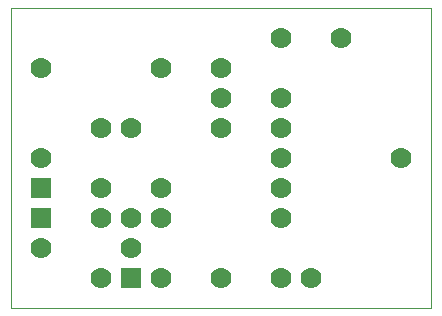
<source format=gtl>
G75*
%MOIN*%
%OFA0B0*%
%FSLAX25Y25*%
%IPPOS*%
%LPD*%
%AMOC8*
5,1,8,0,0,1.08239X$1,22.5*
%
%ADD10C,0.00472*%
%ADD11R,0.07000X0.07000*%
%ADD12C,0.07000*%
D10*
X0001236Y0001236D02*
X0141236Y0001236D01*
X0141236Y0101236D01*
X0001236Y0101236D01*
X0001236Y0001236D01*
D11*
X0041236Y0011236D03*
X0011236Y0031236D03*
X0011236Y0041236D03*
D12*
X0011236Y0051236D03*
X0031236Y0041236D03*
X0031236Y0031236D03*
X0041236Y0031236D03*
X0051236Y0031236D03*
X0051236Y0041236D03*
X0041236Y0061236D03*
X0031236Y0061236D03*
X0011236Y0081236D03*
X0051236Y0081236D03*
X0071236Y0081236D03*
X0071236Y0071236D03*
X0071236Y0061236D03*
X0091236Y0061236D03*
X0091236Y0051236D03*
X0091236Y0041236D03*
X0091236Y0031236D03*
X0091236Y0011236D03*
X0101236Y0011236D03*
X0071236Y0011236D03*
X0051236Y0011236D03*
X0041236Y0021236D03*
X0031236Y0011236D03*
X0011236Y0021236D03*
X0091236Y0071236D03*
X0091236Y0091236D03*
X0111236Y0091236D03*
X0131236Y0051236D03*
M02*

</source>
